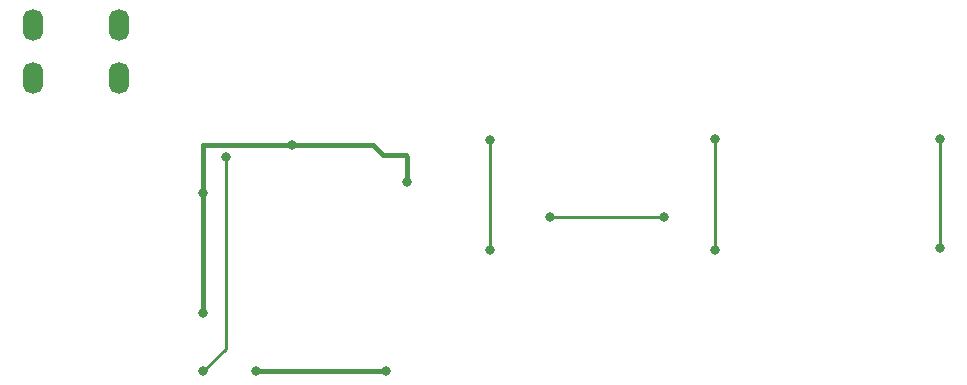
<source format=gtl>
G04 #@! TF.GenerationSoftware,KiCad,Pcbnew,(5.1.4)-1*
G04 #@! TF.CreationDate,2023-05-28T13:58:39-07:00*
G04 #@! TF.ProjectId,keypad,6b657970-6164-42e6-9b69-6361645f7063,rev?*
G04 #@! TF.SameCoordinates,Original*
G04 #@! TF.FileFunction,Copper,L1,Top*
G04 #@! TF.FilePolarity,Positive*
%FSLAX46Y46*%
G04 Gerber Fmt 4.6, Leading zero omitted, Abs format (unit mm)*
G04 Created by KiCad (PCBNEW (5.1.4)-1) date 2023-05-28 13:58:39*
%MOMM*%
%LPD*%
G04 APERTURE LIST*
%ADD10O,1.700000X2.700000*%
%ADD11C,0.800000*%
%ADD12C,0.381000*%
%ADD13C,0.254000*%
G04 APERTURE END LIST*
D10*
X161356000Y-104140000D03*
X168656000Y-104140000D03*
X168656000Y-108640000D03*
X161356000Y-108640000D03*
D11*
X175768000Y-128576000D03*
X193040000Y-117475000D03*
X183261000Y-114300000D03*
X175768000Y-118364000D03*
X191262000Y-133477000D03*
X180213000Y-133477000D03*
X200025000Y-113919000D03*
X200025000Y-123190000D03*
X219075000Y-113792000D03*
X219075000Y-123190000D03*
X238125000Y-113792000D03*
X238125000Y-123063000D03*
X205105000Y-120396000D03*
X214757000Y-120396000D03*
X175768000Y-133477000D03*
X177673000Y-115316000D03*
D12*
X190119000Y-114300000D02*
X191008000Y-115189000D01*
X191008000Y-115189000D02*
X192913000Y-115189000D01*
X192913000Y-115189000D02*
X193040000Y-115316000D01*
X193040000Y-115316000D02*
X193040000Y-117475000D01*
X183515000Y-114300000D02*
X183261000Y-114300000D01*
X183515000Y-114300000D02*
X190119000Y-114300000D01*
X175768000Y-114300000D02*
X183515000Y-114300000D01*
X175768000Y-118364000D02*
X175768000Y-114300000D01*
X175768000Y-128576000D02*
X175768000Y-118364000D01*
X191262000Y-133477000D02*
X180213000Y-133477000D01*
D13*
X200025000Y-113919000D02*
X200025000Y-123190000D01*
X219075000Y-113792000D02*
X219075000Y-123190000D01*
X238125000Y-113792000D02*
X238125000Y-123063000D01*
X205105000Y-120396000D02*
X214757000Y-120396000D01*
X175768000Y-133477000D02*
X177673000Y-131572000D01*
X177673000Y-131572000D02*
X177673000Y-115316000D01*
M02*

</source>
